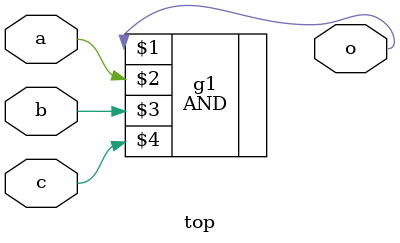
<source format=v>
module top(o, a, b, c);
output o;
input a, b, c;
AND g1(o, a, b, c);
endmodule

</source>
